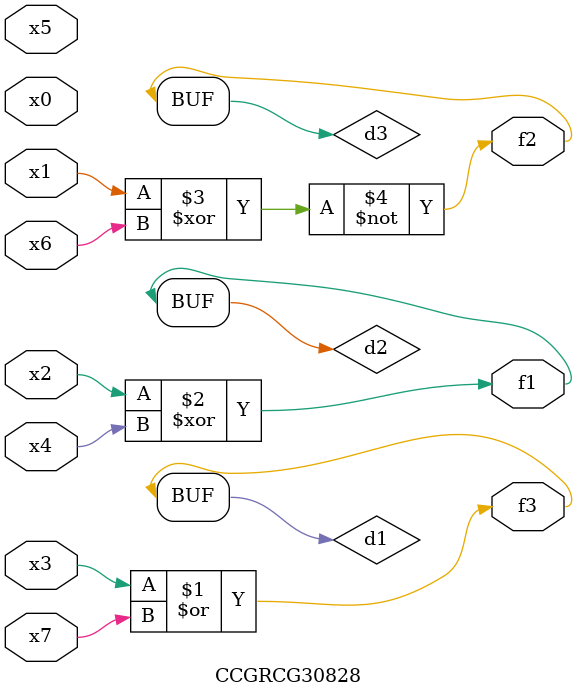
<source format=v>
module CCGRCG30828(
	input x0, x1, x2, x3, x4, x5, x6, x7,
	output f1, f2, f3
);

	wire d1, d2, d3;

	or (d1, x3, x7);
	xor (d2, x2, x4);
	xnor (d3, x1, x6);
	assign f1 = d2;
	assign f2 = d3;
	assign f3 = d1;
endmodule

</source>
